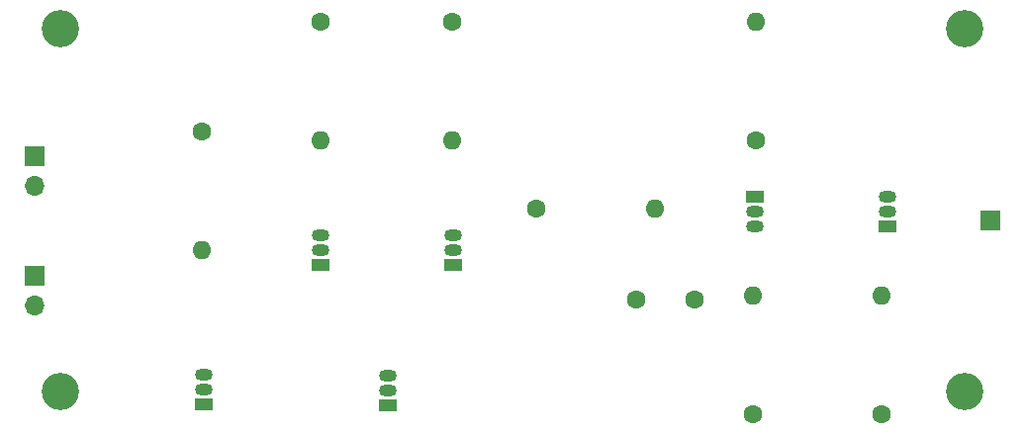
<source format=gbr>
%TF.GenerationSoftware,KiCad,Pcbnew,8.0.4*%
%TF.CreationDate,2024-10-21T15:03:49+02:00*%
%TF.ProjectId,GiugPamp_101,47697567-5061-46d7-905f-3130312e6b69,rev?*%
%TF.SameCoordinates,Original*%
%TF.FileFunction,Soldermask,Top*%
%TF.FilePolarity,Negative*%
%FSLAX46Y46*%
G04 Gerber Fmt 4.6, Leading zero omitted, Abs format (unit mm)*
G04 Created by KiCad (PCBNEW 8.0.4) date 2024-10-21 15:03:49*
%MOMM*%
%LPD*%
G01*
G04 APERTURE LIST*
%ADD10C,1.600000*%
%ADD11O,1.600000X1.600000*%
%ADD12R,1.500000X1.050000*%
%ADD13O,1.500000X1.050000*%
%ADD14C,3.200000*%
%ADD15R,1.700000X1.700000*%
%ADD16O,1.700000X1.700000*%
G04 APERTURE END LIST*
D10*
%TO.C,R2*%
X80500000Y-51170000D03*
D11*
X80500000Y-61330000D03*
%TD*%
D12*
%TO.C,Q2*%
X80610000Y-72020000D03*
D13*
X80610000Y-70750000D03*
X80610000Y-69480000D03*
%TD*%
D10*
%TO.C,C1*%
X101250000Y-75020000D03*
X96250000Y-75020000D03*
%TD*%
%TO.C,R5*%
X106510000Y-61380000D03*
D11*
X106510000Y-51220000D03*
%TD*%
D10*
%TO.C,R6*%
X106250000Y-84830000D03*
D11*
X106250000Y-74670000D03*
%TD*%
D14*
%TO.C,H1*%
X46990000Y-51840000D03*
%TD*%
%TO.C,H2*%
X124320000Y-51840000D03*
%TD*%
D15*
%TO.C,OUT*%
X126550000Y-68200000D03*
%TD*%
D10*
%TO.C,R4*%
X87670000Y-67250000D03*
D11*
X97830000Y-67250000D03*
%TD*%
D12*
%TO.C,Q3*%
X75000000Y-84020000D03*
D13*
X75000000Y-82750000D03*
X75000000Y-81480000D03*
%TD*%
D10*
%TO.C,R1*%
X69250000Y-51220000D03*
D11*
X69250000Y-61380000D03*
%TD*%
D12*
%TO.C,Q4*%
X59250000Y-84000000D03*
D13*
X59250000Y-82730000D03*
X59250000Y-81460000D03*
%TD*%
D15*
%TO.C,PWR_IN*%
X44750000Y-72975000D03*
D16*
X44750000Y-75515000D03*
%TD*%
D12*
%TO.C,Q1*%
X69250000Y-72000000D03*
D13*
X69250000Y-70730000D03*
X69250000Y-69460000D03*
%TD*%
D14*
%TO.C,H3*%
X46990000Y-82910000D03*
%TD*%
D10*
%TO.C,R3*%
X59100000Y-60620000D03*
D11*
X59100000Y-70780000D03*
%TD*%
D12*
%TO.C,Q5*%
X106390000Y-66230000D03*
D13*
X106390000Y-67500000D03*
X106390000Y-68770000D03*
%TD*%
D15*
%TO.C,IN*%
X44750000Y-62710000D03*
D16*
X44750000Y-65250000D03*
%TD*%
D14*
%TO.C,H4*%
X124320000Y-82910000D03*
%TD*%
D12*
%TO.C,Q6*%
X117750000Y-68750000D03*
D13*
X117750000Y-67480000D03*
X117750000Y-66210000D03*
%TD*%
D10*
%TO.C,R7*%
X117250000Y-84830000D03*
D11*
X117250000Y-74670000D03*
%TD*%
M02*

</source>
